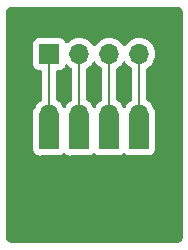
<source format=gbr>
%TF.GenerationSoftware,KiCad,Pcbnew,7.0.2*%
%TF.CreationDate,2023-11-30T16:19:12-07:00*%
%TF.ProjectId,thermo_adap_pcb,74686572-6d6f-45f6-9164-61705f706362,rev?*%
%TF.SameCoordinates,Original*%
%TF.FileFunction,Copper,L1,Top*%
%TF.FilePolarity,Positive*%
%FSLAX46Y46*%
G04 Gerber Fmt 4.6, Leading zero omitted, Abs format (unit mm)*
G04 Created by KiCad (PCBNEW 7.0.2) date 2023-11-30 16:19:12*
%MOMM*%
%LPD*%
G01*
G04 APERTURE LIST*
%TA.AperFunction,EtchedComponent*%
%ADD10C,0.200000*%
%TD*%
%TA.AperFunction,ComponentPad*%
%ADD11C,1.500000*%
%TD*%
%TA.AperFunction,ComponentPad*%
%ADD12R,1.700000X1.700000*%
%TD*%
%TA.AperFunction,ComponentPad*%
%ADD13O,1.700000X1.700000*%
%TD*%
%TA.AperFunction,Conductor*%
%ADD14C,0.200000*%
%TD*%
G04 APERTURE END LIST*
D10*
%TO.C,J2*%
X-4560000Y-5000000D02*
X-3060000Y-5000000D01*
X-3060000Y-5000000D02*
X-3060000Y-8000000D01*
X-3060000Y-8000000D02*
X-4560000Y-8000000D01*
X-4560000Y-8000000D02*
X-4560000Y-5000000D01*
G36*
X-4560000Y-5000000D02*
G01*
X-3060000Y-5000000D01*
X-3060000Y-8000000D01*
X-4560000Y-8000000D01*
X-4560000Y-5000000D01*
G37*
X-2020000Y-5000000D02*
X-520000Y-5000000D01*
X-520000Y-5000000D02*
X-520000Y-8000000D01*
X-520000Y-8000000D02*
X-2020000Y-8000000D01*
X-2020000Y-8000000D02*
X-2020000Y-5000000D01*
G36*
X-2020000Y-5000000D02*
G01*
X-520000Y-5000000D01*
X-520000Y-8000000D01*
X-2020000Y-8000000D01*
X-2020000Y-5000000D01*
G37*
X520000Y-5000000D02*
X2020000Y-5000000D01*
X2020000Y-5000000D02*
X2020000Y-8000000D01*
X2020000Y-8000000D02*
X520000Y-8000000D01*
X520000Y-8000000D02*
X520000Y-5000000D01*
G36*
X520000Y-5000000D02*
G01*
X2020000Y-5000000D01*
X2020000Y-8000000D01*
X520000Y-8000000D01*
X520000Y-5000000D01*
G37*
X3060000Y-5000000D02*
X4560000Y-5000000D01*
X4560000Y-5000000D02*
X4560000Y-8000000D01*
X4560000Y-8000000D02*
X3060000Y-8000000D01*
X3060000Y-8000000D02*
X3060000Y-5000000D01*
G36*
X3060000Y-5000000D02*
G01*
X4560000Y-5000000D01*
X4560000Y-8000000D01*
X3060000Y-8000000D01*
X3060000Y-5000000D01*
G37*
%TD*%
D11*
%TO.P,J2,1,Pin_1*%
%TO.N,/I+*%
X-3810000Y-5000000D03*
%TO.P,J2,2,Pin_2*%
%TO.N,/V+*%
X-1270000Y-5000000D03*
%TO.P,J2,3,Pin_3*%
%TO.N,/I-*%
X1270000Y-5000000D03*
%TO.P,J2,4,Pin_4*%
%TO.N,/V-*%
X3810000Y-5000000D03*
%TD*%
D12*
%TO.P,J1,1,Pin_1*%
%TO.N,/I+*%
X-3810000Y0D03*
D13*
%TO.P,J1,2,Pin_2*%
%TO.N,/V+*%
X-1270000Y0D03*
%TO.P,J1,3,Pin_3*%
%TO.N,/I-*%
X1270000Y0D03*
%TO.P,J1,4,Pin_4*%
%TO.N,/V-*%
X3810000Y0D03*
%TD*%
D14*
%TO.N,/I+*%
X-3810000Y0D02*
X-3810000Y-4600000D01*
%TO.N,/V+*%
X-1270000Y0D02*
X-1270000Y-4600000D01*
%TO.N,/I-*%
X1270000Y0D02*
X1270000Y-4600000D01*
%TO.N,/V-*%
X3810000Y0D02*
X3810000Y-4600000D01*
%TD*%
%TA.AperFunction,NonConductor*%
G36*
X7006922Y3998720D02*
G01*
X7026353Y3996530D01*
X7048805Y3993574D01*
X7105858Y3986063D01*
X7130583Y3980174D01*
X7163094Y3968798D01*
X7169591Y3966318D01*
X7222180Y3944536D01*
X7240702Y3934967D01*
X7273053Y3914639D01*
X7282567Y3908021D01*
X7324980Y3875476D01*
X7337174Y3864782D01*
X7364782Y3837174D01*
X7375476Y3824980D01*
X7408021Y3782567D01*
X7414639Y3773053D01*
X7434967Y3740702D01*
X7444536Y3722180D01*
X7466318Y3669591D01*
X7468798Y3663094D01*
X7480169Y3630597D01*
X7486066Y3605829D01*
X7496530Y3526353D01*
X7496531Y3526346D01*
X7498736Y3506773D01*
X7499499Y3493090D01*
X7499500Y-15493033D01*
X7498720Y-15506920D01*
X7496530Y-15526352D01*
X7493131Y-15552174D01*
X7486063Y-15605858D01*
X7480174Y-15630583D01*
X7468798Y-15663094D01*
X7466318Y-15669591D01*
X7444536Y-15722180D01*
X7434967Y-15740702D01*
X7414639Y-15773053D01*
X7408021Y-15782567D01*
X7375476Y-15824980D01*
X7364782Y-15837174D01*
X7337174Y-15864782D01*
X7324980Y-15875476D01*
X7282567Y-15908021D01*
X7273053Y-15914639D01*
X7240702Y-15934967D01*
X7222180Y-15944536D01*
X7169591Y-15966318D01*
X7163094Y-15968798D01*
X7130597Y-15980169D01*
X7105829Y-15986066D01*
X7026353Y-15996530D01*
X7024458Y-15996744D01*
X7006766Y-15998737D01*
X6993090Y-15999500D01*
X-6993034Y-15999500D01*
X-7006922Y-15998720D01*
X-7026353Y-15996530D01*
X-7048805Y-15993574D01*
X-7105858Y-15986063D01*
X-7130583Y-15980174D01*
X-7163094Y-15968798D01*
X-7169591Y-15966318D01*
X-7222180Y-15944536D01*
X-7240702Y-15934967D01*
X-7273053Y-15914639D01*
X-7282567Y-15908021D01*
X-7324980Y-15875476D01*
X-7337174Y-15864782D01*
X-7364782Y-15837174D01*
X-7375476Y-15824980D01*
X-7408021Y-15782567D01*
X-7414639Y-15773053D01*
X-7434967Y-15740702D01*
X-7444536Y-15722180D01*
X-7466318Y-15669591D01*
X-7468798Y-15663094D01*
X-7480169Y-15630597D01*
X-7486066Y-15605829D01*
X-7496530Y-15526353D01*
X-7496744Y-15524458D01*
X-7498737Y-15506766D01*
X-7499500Y-15493090D01*
X-7499500Y-8000000D01*
X-5165682Y-8000000D01*
X-5160500Y-8039361D01*
X-5145044Y-8156762D01*
X-5084536Y-8302841D01*
X-4988282Y-8428282D01*
X-4862841Y-8524536D01*
X-4716762Y-8585044D01*
X-4560000Y-8605682D01*
X-4528697Y-8601560D01*
X-4512513Y-8600500D01*
X-3107487Y-8600500D01*
X-3091302Y-8601560D01*
X-3060000Y-8605682D01*
X-3059999Y-8605681D01*
X-3059999Y-8605682D01*
X-3028698Y-8601561D01*
X-2903238Y-8585044D01*
X-2757159Y-8524536D01*
X-2631718Y-8428282D01*
X-2618766Y-8418344D01*
X-2616653Y-8421097D01*
X-2581954Y-8395758D01*
X-2512208Y-8391600D01*
X-2462241Y-8419657D01*
X-2461234Y-8418344D01*
X-2452103Y-8425349D01*
X-2451286Y-8425809D01*
X-2450850Y-8426311D01*
X-2448282Y-8428280D01*
X-2448282Y-8428282D01*
X-2322841Y-8524536D01*
X-2176762Y-8585044D01*
X-2020000Y-8605682D01*
X-1988697Y-8601560D01*
X-1972513Y-8600500D01*
X-567487Y-8600500D01*
X-551302Y-8601560D01*
X-520000Y-8605682D01*
X-519999Y-8605681D01*
X-519999Y-8605682D01*
X-488698Y-8601561D01*
X-363238Y-8585044D01*
X-217159Y-8524536D01*
X-91718Y-8428282D01*
X-78766Y-8418344D01*
X-76653Y-8421097D01*
X-41954Y-8395758D01*
X27792Y-8391600D01*
X77758Y-8419657D01*
X78766Y-8418344D01*
X87896Y-8425349D01*
X88714Y-8425809D01*
X89149Y-8426311D01*
X91718Y-8428282D01*
X217159Y-8524536D01*
X363238Y-8585044D01*
X488698Y-8601561D01*
X519999Y-8605682D01*
X519999Y-8605681D01*
X520000Y-8605682D01*
X551302Y-8601560D01*
X567487Y-8600500D01*
X1972513Y-8600500D01*
X1988697Y-8601560D01*
X2020000Y-8605682D01*
X2176762Y-8585044D01*
X2322841Y-8524536D01*
X2448282Y-8428282D01*
X2448281Y-8428282D01*
X2461234Y-8418344D01*
X2463346Y-8421097D01*
X2498046Y-8395758D01*
X2567792Y-8391600D01*
X2617758Y-8419657D01*
X2618766Y-8418344D01*
X2627896Y-8425349D01*
X2628714Y-8425809D01*
X2629149Y-8426311D01*
X2631718Y-8428282D01*
X2757159Y-8524536D01*
X2903238Y-8585044D01*
X3028698Y-8601561D01*
X3059999Y-8605682D01*
X3059999Y-8605681D01*
X3060000Y-8605682D01*
X3091302Y-8601560D01*
X3107487Y-8600500D01*
X4512513Y-8600500D01*
X4528697Y-8601560D01*
X4560000Y-8605682D01*
X4716762Y-8585044D01*
X4862841Y-8524536D01*
X4988282Y-8428282D01*
X5084536Y-8302841D01*
X5145044Y-8156762D01*
X5160500Y-8039361D01*
X5165682Y-8000000D01*
X5161561Y-7968696D01*
X5160500Y-7952511D01*
X5160500Y-5047487D01*
X5161561Y-5031301D01*
X5165682Y-4999999D01*
X5162964Y-4979360D01*
X5145044Y-4843238D01*
X5084536Y-4697159D01*
X5001090Y-4588410D01*
X4987085Y-4565330D01*
X4967617Y-4523582D01*
X4897102Y-4372362D01*
X4771598Y-4193123D01*
X4616877Y-4038402D01*
X4463374Y-3930918D01*
X4419752Y-3876343D01*
X4410500Y-3829345D01*
X4410500Y-1289091D01*
X4430185Y-1222052D01*
X4482099Y-1176706D01*
X4487830Y-1174035D01*
X4681401Y-1038495D01*
X4848495Y-871401D01*
X4984035Y-677830D01*
X5083903Y-463663D01*
X5145063Y-235408D01*
X5165659Y0D01*
X5145063Y235408D01*
X5083903Y463663D01*
X4984035Y677829D01*
X4848495Y871401D01*
X4681401Y1038495D01*
X4487830Y1174035D01*
X4273663Y1273903D01*
X4045408Y1335063D01*
X3810000Y1355659D01*
X3809999Y1355658D01*
X3809999Y1355659D01*
X3574592Y1335063D01*
X3346337Y1273903D01*
X3132171Y1174035D01*
X2938599Y1038495D01*
X2771505Y871401D01*
X2641573Y685838D01*
X2586998Y642215D01*
X2517500Y635021D01*
X2455145Y666544D01*
X2438428Y685836D01*
X2308495Y871401D01*
X2141401Y1038495D01*
X1947830Y1174035D01*
X1733663Y1273903D01*
X1505408Y1335063D01*
X1270000Y1355659D01*
X1034592Y1335063D01*
X806337Y1273903D01*
X592171Y1174035D01*
X398599Y1038495D01*
X231505Y871401D01*
X101573Y685838D01*
X46998Y642215D01*
X-22500Y635021D01*
X-84855Y666544D01*
X-101571Y685836D01*
X-231505Y871401D01*
X-398599Y1038495D01*
X-592170Y1174035D01*
X-806337Y1273903D01*
X-1034592Y1335063D01*
X-1270000Y1355659D01*
X-1505408Y1335063D01*
X-1733663Y1273903D01*
X-1947829Y1174035D01*
X-2141401Y1038495D01*
X-2263329Y916566D01*
X-2324648Y883084D01*
X-2394340Y888068D01*
X-2450274Y929939D01*
X-2467189Y960916D01*
X-2496124Y1038494D01*
X-2516204Y1092331D01*
X-2602454Y1207546D01*
X-2717669Y1293796D01*
X-2852517Y1344091D01*
X-2912127Y1350500D01*
X-4707872Y1350499D01*
X-4767483Y1344091D01*
X-4902331Y1293796D01*
X-5017546Y1207546D01*
X-5103796Y1092331D01*
X-5154091Y957483D01*
X-5160500Y897873D01*
X-5160499Y-897872D01*
X-5154091Y-957483D01*
X-5103796Y-1092331D01*
X-5017546Y-1207546D01*
X-4902331Y-1293796D01*
X-4767483Y-1344091D01*
X-4707873Y-1350500D01*
X-4534499Y-1350499D01*
X-4467461Y-1370183D01*
X-4421706Y-1422987D01*
X-4410500Y-1474499D01*
X-4410500Y-3829345D01*
X-4430185Y-3896384D01*
X-4463375Y-3930919D01*
X-4616877Y-4038402D01*
X-4771598Y-4193123D01*
X-4897102Y-4372362D01*
X-4967617Y-4523582D01*
X-4987085Y-4565330D01*
X-5001090Y-4588410D01*
X-5084536Y-4697159D01*
X-5145044Y-4843238D01*
X-5162964Y-4979360D01*
X-5165682Y-4999999D01*
X-5161561Y-5031301D01*
X-5160500Y-5047487D01*
X-5160500Y-7952511D01*
X-5161561Y-7968696D01*
X-5165682Y-8000000D01*
X-7499500Y-8000000D01*
X-7499499Y3493033D01*
X-7498720Y3506914D01*
X-7496531Y3526346D01*
X-7493867Y3546583D01*
X-7486063Y3605858D01*
X-7480174Y3630583D01*
X-7468798Y3663094D01*
X-7466318Y3669591D01*
X-7444536Y3722180D01*
X-7434967Y3740702D01*
X-7414639Y3773053D01*
X-7408021Y3782567D01*
X-7375476Y3824980D01*
X-7364782Y3837174D01*
X-7337174Y3864782D01*
X-7324980Y3875476D01*
X-7282567Y3908021D01*
X-7273053Y3914639D01*
X-7240702Y3934967D01*
X-7222180Y3944536D01*
X-7169591Y3966318D01*
X-7163094Y3968798D01*
X-7130597Y3980169D01*
X-7105829Y3986066D01*
X-7026353Y3996530D01*
X-7024458Y3996744D01*
X-7006766Y3998737D01*
X-6993090Y3999500D01*
X6993034Y3999500D01*
X7006922Y3998720D01*
G37*
%TD.AperFunction*%
%TA.AperFunction,NonConductor*%
G36*
X2624855Y-666545D02*
G01*
X2641571Y-685837D01*
X2771505Y-871401D01*
X2938599Y-1038495D01*
X3083711Y-1140104D01*
X3132168Y-1174034D01*
X3132169Y-1174034D01*
X3132170Y-1174035D01*
X3137900Y-1176706D01*
X3190340Y-1222876D01*
X3209500Y-1289091D01*
X3209500Y-3829345D01*
X3189815Y-3896384D01*
X3156624Y-3930920D01*
X3003119Y-4038405D01*
X2848402Y-4193122D01*
X2722899Y-4372359D01*
X2652381Y-4523583D01*
X2606208Y-4576022D01*
X2539014Y-4595173D01*
X2472133Y-4574957D01*
X2427617Y-4523582D01*
X2357102Y-4372362D01*
X2231598Y-4193123D01*
X2076877Y-4038402D01*
X1923374Y-3930918D01*
X1879751Y-3876343D01*
X1870499Y-3829349D01*
X1870499Y-1289090D01*
X1890184Y-1222052D01*
X1942097Y-1176707D01*
X1947830Y-1174035D01*
X2141401Y-1038495D01*
X2308495Y-871401D01*
X2438426Y-685839D01*
X2493002Y-642216D01*
X2562500Y-635022D01*
X2624855Y-666545D01*
G37*
%TD.AperFunction*%
%TA.AperFunction,NonConductor*%
G36*
X84855Y-666545D02*
G01*
X101571Y-685837D01*
X231505Y-871401D01*
X398599Y-1038495D01*
X543711Y-1140104D01*
X592168Y-1174034D01*
X592169Y-1174034D01*
X592170Y-1174035D01*
X597900Y-1176706D01*
X650340Y-1222876D01*
X669500Y-1289091D01*
X669500Y-3829345D01*
X649815Y-3896384D01*
X616624Y-3930920D01*
X463119Y-4038405D01*
X308402Y-4193122D01*
X182898Y-4372361D01*
X112382Y-4523582D01*
X66209Y-4576021D01*
X-984Y-4595173D01*
X-67866Y-4574957D01*
X-112382Y-4523582D01*
X-182898Y-4372361D01*
X-308402Y-4193122D01*
X-463119Y-4038405D01*
X-463123Y-4038402D01*
X-616625Y-3930918D01*
X-660248Y-3876343D01*
X-669500Y-3829345D01*
X-669500Y-1289091D01*
X-649815Y-1222052D01*
X-597900Y-1176706D01*
X-592170Y-1174035D01*
X-592169Y-1174034D01*
X-592168Y-1174034D01*
X-543711Y-1140104D01*
X-398599Y-1038495D01*
X-231505Y-871401D01*
X-101573Y-685839D01*
X-46998Y-642216D01*
X22500Y-635022D01*
X84855Y-666545D01*
G37*
%TD.AperFunction*%
%TA.AperFunction,NonConductor*%
G36*
X-2291580Y-895418D02*
G01*
X-2263332Y-916563D01*
X-2141401Y-1038495D01*
X-1947830Y-1174035D01*
X-1942097Y-1176707D01*
X-1889659Y-1222876D01*
X-1870499Y-1289090D01*
X-1870499Y-3829348D01*
X-1890184Y-3896384D01*
X-1923375Y-3930919D01*
X-2076877Y-4038402D01*
X-2231598Y-4193123D01*
X-2357102Y-4372362D01*
X-2427617Y-4523582D01*
X-2473789Y-4576021D01*
X-2540983Y-4595173D01*
X-2607864Y-4574957D01*
X-2652381Y-4523583D01*
X-2722899Y-4372359D01*
X-2848402Y-4193122D01*
X-3003119Y-4038405D01*
X-3003123Y-4038402D01*
X-3156625Y-3930918D01*
X-3200248Y-3876343D01*
X-3209500Y-3829345D01*
X-3209500Y-1474499D01*
X-3189815Y-1407460D01*
X-3137011Y-1361705D01*
X-3085500Y-1350499D01*
X-2915439Y-1350499D01*
X-2912128Y-1350499D01*
X-2852517Y-1344091D01*
X-2717669Y-1293796D01*
X-2602454Y-1207546D01*
X-2516204Y-1092331D01*
X-2467189Y-960916D01*
X-2425317Y-904983D01*
X-2359853Y-880566D01*
X-2291580Y-895418D01*
G37*
%TD.AperFunction*%
M02*

</source>
